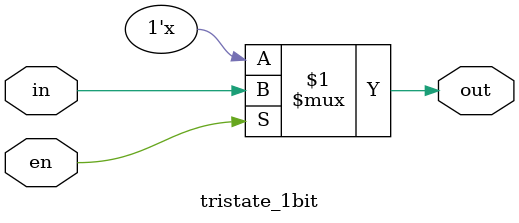
<source format=v>
module tristate_1bit(in,en,out);
	input en;
	input in;
	output out;
	
	assign out = en ? in : 1'bz;
	
endmodule
</source>
